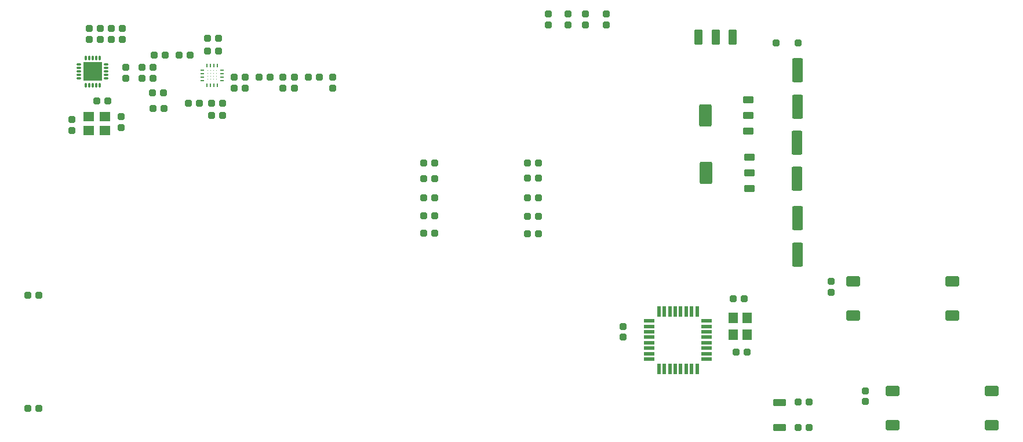
<source format=gtp>
%TF.GenerationSoftware,KiCad,Pcbnew,9.0.6*%
%TF.CreationDate,2026-02-02T09:23:09+01:00*%
%TF.ProjectId,controller,636f6e74-726f-46c6-9c65-722e6b696361,rev?*%
%TF.SameCoordinates,Original*%
%TF.FileFunction,Paste,Top*%
%TF.FilePolarity,Positive*%
%FSLAX46Y46*%
G04 Gerber Fmt 4.6, Leading zero omitted, Abs format (unit mm)*
G04 Created by KiCad (PCBNEW 9.0.6) date 2026-02-02 09:23:09*
%MOMM*%
%LPD*%
G01*
G04 APERTURE LIST*
G04 Aperture macros list*
%AMRoundRect*
0 Rectangle with rounded corners*
0 $1 Rounding radius*
0 $2 $3 $4 $5 $6 $7 $8 $9 X,Y pos of 4 corners*
0 Add a 4 corners polygon primitive as box body*
4,1,4,$2,$3,$4,$5,$6,$7,$8,$9,$2,$3,0*
0 Add four circle primitives for the rounded corners*
1,1,$1+$1,$2,$3*
1,1,$1+$1,$4,$5*
1,1,$1+$1,$6,$7*
1,1,$1+$1,$8,$9*
0 Add four rect primitives between the rounded corners*
20,1,$1+$1,$2,$3,$4,$5,0*
20,1,$1+$1,$4,$5,$6,$7,0*
20,1,$1+$1,$6,$7,$8,$9,0*
20,1,$1+$1,$8,$9,$2,$3,0*%
G04 Aperture macros list end*
%ADD10RoundRect,0.240000X-0.560000X1.510000X-0.560000X-1.510000X0.560000X-1.510000X0.560000X1.510000X0*%
%ADD11RoundRect,0.142500X-0.332500X-0.357500X0.332500X-0.357500X0.332500X0.357500X-0.332500X0.357500X0*%
%ADD12RoundRect,0.142500X0.357500X-0.332500X0.357500X0.332500X-0.357500X0.332500X-0.357500X-0.332500X0*%
%ADD13RoundRect,0.142500X-0.357500X0.332500X-0.357500X-0.332500X0.357500X-0.332500X0.357500X0.332500X0*%
%ADD14RoundRect,0.142500X0.332500X0.357500X-0.332500X0.357500X-0.332500X-0.357500X0.332500X-0.357500X0*%
%ADD15RoundRect,0.225000X-0.775000X-0.525000X0.775000X-0.525000X0.775000X0.525000X-0.775000X0.525000X0*%
%ADD16RoundRect,0.165000X0.735000X-0.385000X0.735000X0.385000X-0.735000X0.385000X-0.735000X-0.385000X0*%
%ADD17RoundRect,0.210000X-0.490000X0.590000X-0.490000X-0.590000X0.490000X-0.590000X0.490000X0.590000X0*%
%ADD18RoundRect,0.250000X0.550000X-0.250000X0.550000X0.250000X-0.550000X0.250000X-0.550000X-0.250000X0*%
%ADD19RoundRect,0.270000X0.630000X-1.380000X0.630000X1.380000X-0.630000X1.380000X-0.630000X-1.380000X0*%
%ADD20RoundRect,0.240000X0.560000X-1.510000X0.560000X1.510000X-0.560000X1.510000X-0.560000X-1.510000X0*%
%ADD21RoundRect,0.210000X-0.590000X-0.490000X0.590000X-0.490000X0.590000X0.490000X-0.590000X0.490000X0*%
%ADD22O,0.800000X0.300000*%
%ADD23O,0.300000X0.800000*%
%ADD24R,2.700000X2.700000*%
%ADD25R,0.000001X0.000001*%
%ADD26O,0.650000X0.250000*%
%ADD27O,0.250000X0.650000*%
%ADD28RoundRect,0.142500X0.357500X0.332500X-0.357500X0.332500X-0.357500X-0.332500X0.357500X-0.332500X0*%
%ADD29RoundRect,0.082500X0.692500X0.192500X-0.692500X0.192500X-0.692500X-0.192500X0.692500X-0.192500X0*%
%ADD30RoundRect,0.082500X-0.192500X0.692500X-0.192500X-0.692500X0.192500X-0.692500X0.192500X0.692500X0*%
%ADD31RoundRect,0.082500X-0.692500X-0.192500X0.692500X-0.192500X0.692500X0.192500X-0.692500X0.192500X0*%
%ADD32RoundRect,0.082500X0.192500X-0.692500X0.192500X0.692500X-0.192500X0.692500X-0.192500X-0.692500X0*%
%ADD33RoundRect,0.180000X-0.420000X-0.920000X0.420000X-0.920000X0.420000X0.920000X-0.420000X0.920000X0*%
G04 APERTURE END LIST*
D10*
%TO.C,C4*%
X200400000Y-54925000D03*
X200400000Y-60225000D03*
%TD*%
D11*
%TO.C,C31*%
X106150000Y-58250000D03*
X107750000Y-58250000D03*
%TD*%
%TO.C,C30*%
X106200000Y-60500000D03*
X107800000Y-60500000D03*
%TD*%
%TO.C,C35*%
X114200000Y-52100000D03*
X115800000Y-52100000D03*
%TD*%
D12*
%TO.C,C36*%
X118093750Y-57500000D03*
X118093750Y-55900000D03*
%TD*%
D13*
%TO.C,C25*%
X100100000Y-48800000D03*
X100100000Y-50400000D03*
%TD*%
D14*
%TO.C,R11*%
X162500000Y-68500000D03*
X160900000Y-68500000D03*
%TD*%
D11*
%TO.C,R16*%
X200425000Y-103350000D03*
X202025000Y-103350000D03*
%TD*%
D13*
%TO.C,C26*%
X101700000Y-48800000D03*
X101700000Y-50400000D03*
%TD*%
D14*
%TO.C,R27*%
X116400000Y-61500000D03*
X114800000Y-61500000D03*
%TD*%
D12*
%TO.C,R20*%
X205250000Y-87300000D03*
X205250000Y-85700000D03*
%TD*%
%TO.C,C27*%
X96900000Y-50400000D03*
X96900000Y-48800000D03*
%TD*%
D13*
%TO.C,D1*%
X172400000Y-46700000D03*
X172400000Y-48300000D03*
%TD*%
D14*
%TO.C,R10*%
X147350000Y-78700000D03*
X145750000Y-78700000D03*
%TD*%
D11*
%TO.C,R1*%
X98000000Y-59400000D03*
X99600000Y-59400000D03*
%TD*%
D12*
%TO.C,C39*%
X126893750Y-57500000D03*
X126893750Y-55900000D03*
%TD*%
D14*
%TO.C,R12*%
X162500000Y-70650000D03*
X160900000Y-70650000D03*
%TD*%
D15*
%TO.C,SW5*%
X214250000Y-101750000D03*
X228750000Y-101750000D03*
X214250000Y-106750000D03*
X228750000Y-106750000D03*
%TD*%
D13*
%TO.C,L6*%
X102200000Y-54500000D03*
X102200000Y-56100000D03*
%TD*%
D14*
%TO.C,R13*%
X162500000Y-73500000D03*
X160900000Y-73500000D03*
%TD*%
D13*
%TO.C,D2*%
X166800000Y-46700000D03*
X166800000Y-48300000D03*
%TD*%
D16*
%TO.C,SW1*%
X197750000Y-107100000D03*
X197750000Y-103400000D03*
%TD*%
D11*
%TO.C,L10*%
X128893750Y-55912500D03*
X130493750Y-55912500D03*
%TD*%
D13*
%TO.C,R24*%
X98500000Y-48800000D03*
X98500000Y-50400000D03*
%TD*%
D14*
%TO.C,C33*%
X111600000Y-52700000D03*
X110000000Y-52700000D03*
%TD*%
D17*
%TO.C,Y1*%
X191000000Y-91100000D03*
X191000000Y-93500000D03*
X193000000Y-93500000D03*
X193000000Y-91100000D03*
%TD*%
D18*
%TO.C,U2*%
X193300000Y-72200000D03*
X193300000Y-69900000D03*
X193300000Y-67600000D03*
D19*
X187000000Y-69900000D03*
%TD*%
D11*
%TO.C,C32*%
X106400000Y-52700000D03*
X108000000Y-52700000D03*
%TD*%
%TO.C,L9*%
X121693750Y-55912500D03*
X123293750Y-55912500D03*
%TD*%
D14*
%TO.C,R9*%
X147350000Y-76200000D03*
X145750000Y-76200000D03*
%TD*%
D15*
%TO.C,SW4*%
X208500000Y-85750000D03*
X223000000Y-85750000D03*
X208500000Y-90750000D03*
X223000000Y-90750000D03*
%TD*%
D20*
%TO.C,C5*%
X200400000Y-81825000D03*
X200400000Y-76525000D03*
%TD*%
D14*
%TO.C,R14*%
X162500000Y-76250000D03*
X160900000Y-76250000D03*
%TD*%
D21*
%TO.C,Y3*%
X96800000Y-63700000D03*
X99200000Y-63700000D03*
X99200000Y-61700000D03*
X96800000Y-61700000D03*
%TD*%
D18*
%TO.C,U3*%
X193200000Y-63800000D03*
X193200000Y-61500000D03*
X193200000Y-59200000D03*
D19*
X186900000Y-61500000D03*
%TD*%
D14*
%TO.C,R6*%
X147350000Y-68500000D03*
X145750000Y-68500000D03*
%TD*%
D22*
%TO.C,U7*%
X95400000Y-54100000D03*
X95400000Y-54600000D03*
X95400000Y-55100000D03*
X95400000Y-55600000D03*
X95400000Y-56100000D03*
D23*
X96400000Y-57100000D03*
X96900000Y-57100000D03*
X97400000Y-57100000D03*
X97900000Y-57100000D03*
X98400000Y-57100000D03*
D22*
X99400000Y-56100000D03*
X99400000Y-55600000D03*
X99400000Y-55100000D03*
X99400000Y-54600000D03*
X99400000Y-54100000D03*
D23*
X98400000Y-53100000D03*
X97900000Y-53100000D03*
X97400000Y-53100000D03*
X96900000Y-53100000D03*
X96400000Y-53100000D03*
D24*
X97400000Y-55100000D03*
%TD*%
D12*
%TO.C,R22*%
X164000000Y-48300000D03*
X164000000Y-46700000D03*
%TD*%
D25*
%TO.C,U8*%
X114231250Y-55025000D03*
X114231250Y-55450000D03*
X114231250Y-55875000D03*
X114231250Y-56300000D03*
X114656250Y-55025000D03*
X114656250Y-55450000D03*
X114656250Y-55875000D03*
X114656250Y-56300000D03*
X115081250Y-55025000D03*
X115081250Y-55450000D03*
X115081250Y-55875000D03*
X115081250Y-56300000D03*
X115506250Y-55025000D03*
X115506250Y-55450000D03*
X115506250Y-55875000D03*
X115506250Y-56300000D03*
D26*
X113443750Y-54912500D03*
X113443750Y-55412500D03*
X113443750Y-55912500D03*
X113443750Y-56412500D03*
D27*
X114118750Y-57087500D03*
X114618750Y-57087500D03*
X115118750Y-57087500D03*
X115618750Y-57087500D03*
D26*
X116293750Y-56412500D03*
X116293750Y-55912500D03*
X116293750Y-55412500D03*
X116293750Y-54912500D03*
D27*
X115618750Y-54237500D03*
X115118750Y-54237500D03*
X114618750Y-54237500D03*
X114118750Y-54237500D03*
%TD*%
D12*
%TO.C,R17*%
X169400000Y-48300000D03*
X169400000Y-46700000D03*
%TD*%
D14*
%TO.C,C2*%
X192600000Y-88300000D03*
X191000000Y-88300000D03*
%TD*%
D12*
%TO.C,C37*%
X119681250Y-57500000D03*
X119681250Y-55900000D03*
%TD*%
D28*
%TO.C,D3*%
X200450000Y-50975000D03*
X197250000Y-50975000D03*
%TD*%
D11*
%TO.C,C34*%
X114200000Y-50300000D03*
X115800000Y-50300000D03*
%TD*%
D20*
%TO.C,C6*%
X200300000Y-70775000D03*
X200300000Y-65475000D03*
%TD*%
D11*
%TO.C,L8*%
X104650000Y-54500000D03*
X106250000Y-54500000D03*
%TD*%
D12*
%TO.C,C29*%
X101600000Y-63300000D03*
X101600000Y-61700000D03*
%TD*%
D14*
%TO.C,R7*%
X147350000Y-70750000D03*
X145750000Y-70750000D03*
%TD*%
%TO.C,R15*%
X162500000Y-78750000D03*
X160900000Y-78750000D03*
%TD*%
%TO.C,R8*%
X147350000Y-73500000D03*
X145750000Y-73500000D03*
%TD*%
D13*
%TO.C,C1*%
X174900000Y-92300000D03*
X174900000Y-93900000D03*
%TD*%
D14*
%TO.C,R18*%
X89500000Y-87750000D03*
X87900000Y-87750000D03*
%TD*%
%TO.C,R19*%
X89500000Y-104250000D03*
X87900000Y-104250000D03*
%TD*%
D11*
%TO.C,C3*%
X191400000Y-96100000D03*
X193000000Y-96100000D03*
%TD*%
D13*
%TO.C,C28*%
X94400000Y-62100000D03*
X94400000Y-63700000D03*
%TD*%
D11*
%TO.C,R26*%
X111400000Y-59700000D03*
X113000000Y-59700000D03*
%TD*%
D14*
%TO.C,C24*%
X202075000Y-107100000D03*
X200475000Y-107100000D03*
%TD*%
D13*
%TO.C,R21*%
X210250000Y-101700000D03*
X210250000Y-103300000D03*
%TD*%
D11*
%TO.C,L7*%
X104650000Y-56100000D03*
X106250000Y-56100000D03*
%TD*%
D14*
%TO.C,R28*%
X116400000Y-59700000D03*
X114800000Y-59700000D03*
%TD*%
D12*
%TO.C,C38*%
X125200000Y-57500000D03*
X125200000Y-55900000D03*
%TD*%
D29*
%TO.C,U1*%
X187100000Y-97100000D03*
X187100000Y-96300000D03*
X187100000Y-95500000D03*
X187100000Y-94700000D03*
X187100000Y-93900000D03*
X187100000Y-93100000D03*
X187100000Y-92300000D03*
X187100000Y-91500000D03*
D30*
X185700000Y-90100000D03*
X184900000Y-90100000D03*
X184100000Y-90100000D03*
X183300000Y-90100000D03*
X182500000Y-90100000D03*
X181700000Y-90100000D03*
X180900000Y-90100000D03*
X180100000Y-90100000D03*
D31*
X178700000Y-91500000D03*
X178700000Y-92300000D03*
X178700000Y-93100000D03*
X178700000Y-93900000D03*
X178700000Y-94700000D03*
X178700000Y-95500000D03*
X178700000Y-96300000D03*
X178700000Y-97100000D03*
D32*
X180100000Y-98500000D03*
X180900000Y-98500000D03*
X181700000Y-98500000D03*
X182500000Y-98500000D03*
X183300000Y-98500000D03*
X184100000Y-98500000D03*
X184900000Y-98500000D03*
X185700000Y-98500000D03*
%TD*%
D12*
%TO.C,C40*%
X132493750Y-57500000D03*
X132493750Y-55900000D03*
%TD*%
D33*
%TO.C,SW2*%
X185900000Y-50100000D03*
X188400000Y-50100000D03*
X190900000Y-50100000D03*
%TD*%
M02*

</source>
